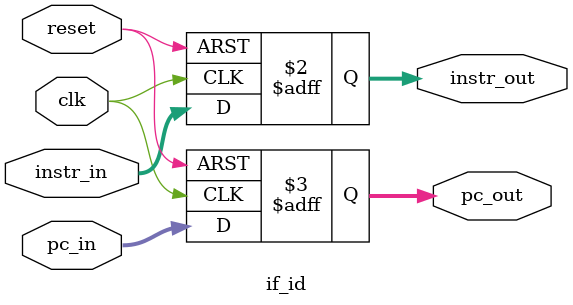
<source format=v>
module if_id(
    input clk,
    input reset,
    input [15:0] instr_in,
    input [15:0] pc_in,
    output reg [15:0] instr_out,
    output reg [15:0] pc_out
);

always @(posedge clk or posedge reset) begin
    if (reset) begin
        instr_out <= 16'b0;
        pc_out <= 16'b0;
    end else begin
        instr_out <= instr_in;
        pc_out <= pc_in;
    end
end

endmodule

</source>
